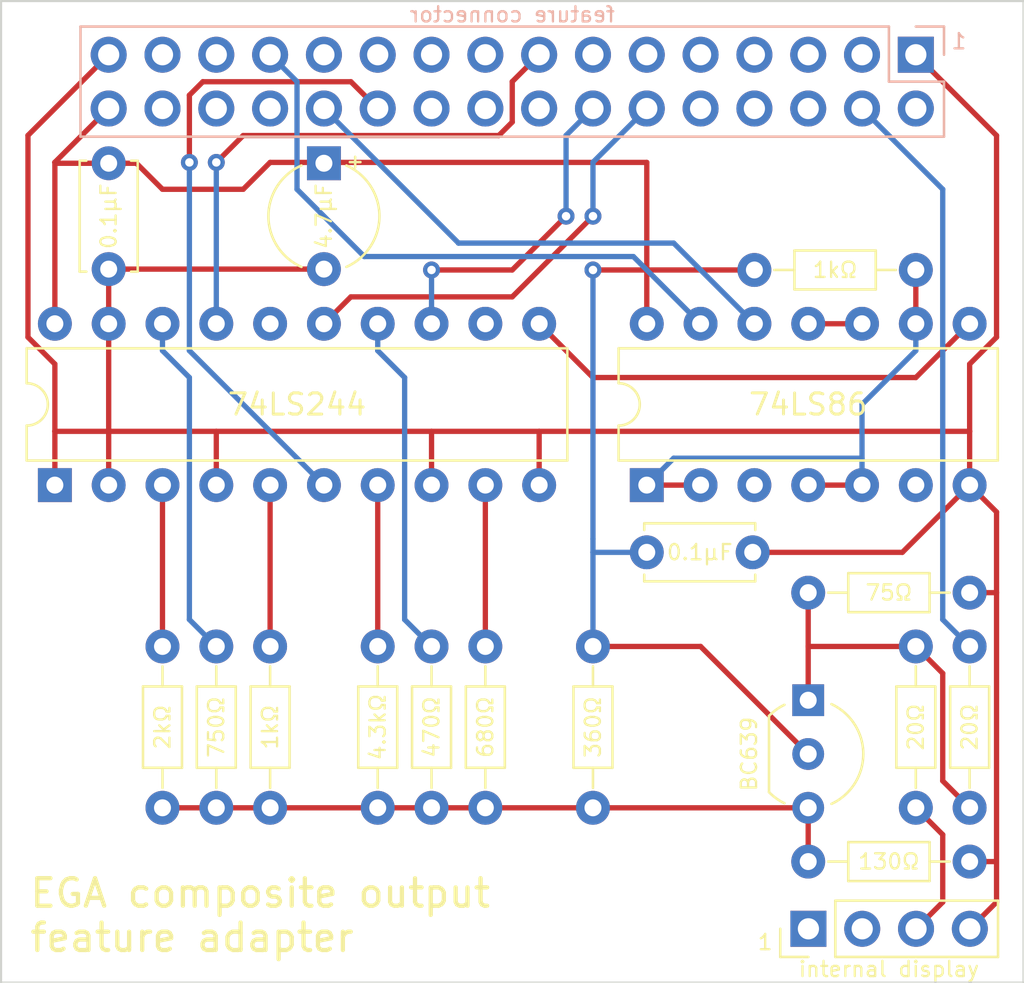
<source format=kicad_pcb>
(kicad_pcb (version 20211014) (generator pcbnew)
  (layers (0 "F.Cu" signal) (31 "B.Cu" signal) (34 "B.Paste" user) (35 "F.Paste" user) (36 "B.SilkS" user "B.Silkscreen") (37 "F.SilkS" user "F.Silkscreen") (38 "B.Mask" user) (39 "F.Mask" user) (44 "Edge.Cuts" user))
  (net 0 "")
  (footprint "Resistor_THT:R_Axial_DIN0204_L3.6mm_D1.6mm_P7.62mm_Horizontal" (layer "F.Cu") (at 142.24 93.98 90)
    (fp_text reference "REF**" hide)
    (fp_text value "R_Axial_DIN0204_L3.6mm_D1.6mm_P7.62mm_Horizontal" hide)
    (fp_text user "1kΩ" (at 3.81 0 90) (layer "F.SilkS") (effects (font (size 0.72 0.72) (thickness 0.108))))
    (fp_line (start 1.89 0.92) (end 5.73 0.92) (layer "F.SilkS") (width 0.12))
    (fp_line (start 0.94 0) (end 1.89 0) (layer "F.SilkS") (width 0.12))
    (fp_line (start 5.73 0.92) (end 5.73 -0.92) (layer "F.SilkS") (width 0.12))
    (fp_line (start 5.73 -0.92) (end 1.89 -0.92) (layer "F.SilkS") (width 0.12))
    (fp_line (start 1.89 -0.92) (end 1.89 0.92) (layer "F.SilkS") (width 0.12))
    (fp_line (start 6.68 0) (end 5.73 0) (layer "F.SilkS") (width 0.12))
    (pad "1" thru_hole circle (at 0 0 90) (size 1.6 1.6) (drill 0.8) (layers *.Cu *.Mask))
    (pad "2" thru_hole circle (at 7.62 0 90) (size 1.6 1.6) (drill 0.8) (layers *.Cu *.Mask))
  )
  (footprint "Connector_PinHeader_2.54mm:PinHeader_1x04_P2.54mm_Vertical" (layer "F.Cu") (at 167.65 99.695 90)
    (fp_text reference "REF**" hide)
    (fp_text value "PinHeader_1x04_P2.54mm_Vertical" hide)
    (fp_line (start 1.33 1.27) (end 1.33 8.95) (layer "F.SilkS") (width 0.12))
    (fp_line (start -1.33 8.95) (end 1.33 8.95) (layer "F.SilkS") (width 0.12))
    (fp_line (start -1.33 -1.33) (end 0 -1.33) (layer "F.SilkS") (width 0.12))
    (fp_line (start -1.33 0) (end -1.33 -1.33) (layer "F.SilkS") (width 0.12))
    (fp_line (start -1.33 1.27) (end 1.33 1.27) (layer "F.SilkS") (width 0.12))
    (fp_line (start -1.33 1.27) (end -1.33 8.95) (layer "F.SilkS") (width 0.12))
    (pad "1" thru_hole rect (at 0 0 90) (size 1.7 1.7) (drill 1) (layers *.Cu *.Mask))
    (pad "2" thru_hole oval (at 0 2.54 90) (size 1.7 1.7) (drill 1) (layers *.Cu *.Mask))
    (pad "3" thru_hole oval (at 0 5.08 90) (size 1.7 1.7) (drill 1) (layers *.Cu *.Mask))
    (pad "4" thru_hole oval (at 0 7.62 90) (size 1.7 1.7) (drill 1) (layers *.Cu *.Mask))
  )
  (footprint "Capacitor_THT:CP_Radial_Tantal_D5.0mm_P5.00mm" (layer "F.Cu") (at 144.78 63.54 -90)
    (fp_text reference "REF**" hide)
    (fp_text value "CP_Radial_Tantal_D5.0mm_P5.00mm" hide)
    (fp_text user "4.7μF" (at 2.5 0 90) (layer "F.SilkS") (effects (font (size 0.72 0.72) (thickness 0.108))))
    (fp_line (start -0.054775 -1.725) (end -0.054775 -1.225) (layer "F.SilkS") (width 0.12))
    (fp_line (start -0.304775 -1.475) (end 0.195225 -1.475) (layer "F.SilkS") (width 0.12))
    (fp_arc (start 0.104003 -1.06) (mid 2.5 -2.62) (end 4.895997 -1.06) (layer "F.SilkS") (width 0.12))
    (fp_arc (start 4.895997 1.06) (mid 2.5 2.62) (end 0.104003 1.06) (layer "F.SilkS") (width 0.12))
    (pad "1" thru_hole rect (at 0 0 270) (size 1.6 1.6) (drill 0.8) (layers *.Cu *.Mask))
    (pad "2" thru_hole circle (at 5 0 270) (size 1.6 1.6) (drill 0.8) (layers *.Cu *.Mask))
  )
  (footprint "Resistor_THT:R_Axial_DIN0204_L3.6mm_D1.6mm_P7.62mm_Horizontal" (layer "F.Cu") (at 147.32 93.98 90)
    (fp_text reference "REF**" hide)
    (fp_text value "R_Axial_DIN0204_L3.6mm_D1.6mm_P7.62mm_Horizontal" hide)
    (fp_text user "4.3kΩ" (at 3.81 0 90) (layer "F.SilkS") (effects (font (size 0.72 0.72) (thickness 0.108))))
    (fp_line (start 6.68 0) (end 5.73 0) (layer "F.SilkS") (width 0.12))
    (fp_line (start 5.73 0.92) (end 5.73 -0.92) (layer "F.SilkS") (width 0.12))
    (fp_line (start 1.89 -0.92) (end 1.89 0.92) (layer "F.SilkS") (width 0.12))
    (fp_line (start 1.89 0.92) (end 5.73 0.92) (layer "F.SilkS") (width 0.12))
    (fp_line (start 5.73 -0.92) (end 1.89 -0.92) (layer "F.SilkS") (width 0.12))
    (fp_line (start 0.94 0) (end 1.89 0) (layer "F.SilkS") (width 0.12))
    (pad "1" thru_hole circle (at 0 0 90) (size 1.6 1.6) (drill 0.8) (layers *.Cu *.Mask))
    (pad "2" thru_hole circle (at 7.62 0 90) (size 1.6 1.6) (drill 0.8) (layers *.Cu *.Mask))
  )
  (footprint "Resistor_THT:R_Axial_DIN0204_L3.6mm_D1.6mm_P7.62mm_Horizontal" (layer "F.Cu") (at 137.16 93.98 90)
    (fp_text reference "REF**" hide)
    (fp_text value "R_Axial_DIN0204_L3.6mm_D1.6mm_P7.62mm_Horizontal" hide)
    (fp_text user "2kΩ" (at 3.81 0 90) (layer "F.SilkS") (effects (font (size 0.72 0.72) (thickness 0.108))))
    (fp_line (start 5.73 0.92) (end 5.73 -0.92) (layer "F.SilkS") (width 0.12))
    (fp_line (start 0.94 0) (end 1.89 0) (layer "F.SilkS") (width 0.12))
    (fp_line (start 1.89 0.92) (end 5.73 0.92) (layer "F.SilkS") (width 0.12))
    (fp_line (start 6.68 0) (end 5.73 0) (layer "F.SilkS") (width 0.12))
    (fp_line (start 5.73 -0.92) (end 1.89 -0.92) (layer "F.SilkS") (width 0.12))
    (fp_line (start 1.89 -0.92) (end 1.89 0.92) (layer "F.SilkS") (width 0.12))
    (pad "1" thru_hole circle (at 0 0 90) (size 1.6 1.6) (drill 0.8) (layers *.Cu *.Mask))
    (pad "2" thru_hole circle (at 7.62 0 90) (size 1.6 1.6) (drill 0.8) (layers *.Cu *.Mask))
  )
  (footprint "Resistor_THT:R_Axial_DIN0204_L3.6mm_D1.6mm_P7.62mm_Horizontal" (layer "F.Cu") (at 149.86 93.98 90)
    (fp_text reference "REF**" hide)
    (fp_text value "R_Axial_DIN0204_L3.6mm_D1.6mm_P7.62mm_Horizontal" hide)
    (fp_text user "470Ω" (at 3.81 0 90) (layer "F.SilkS") (effects (font (size 0.72 0.72) (thickness 0.108))))
    (fp_line (start 1.89 -0.92) (end 1.89 0.92) (layer "F.SilkS") (width 0.12))
    (fp_line (start 6.68 0) (end 5.73 0) (layer "F.SilkS") (width 0.12))
    (fp_line (start 5.73 0.92) (end 5.73 -0.92) (layer "F.SilkS") (width 0.12))
    (fp_line (start 5.73 -0.92) (end 1.89 -0.92) (layer "F.SilkS") (width 0.12))
    (fp_line (start 1.89 0.92) (end 5.73 0.92) (layer "F.SilkS") (width 0.12))
    (fp_line (start 0.94 0) (end 1.89 0) (layer "F.SilkS") (width 0.12))
    (pad "1" thru_hole circle (at 0 0 90) (size 1.6 1.6) (drill 0.8) (layers *.Cu *.Mask))
    (pad "2" thru_hole circle (at 7.62 0 90) (size 1.6 1.6) (drill 0.8) (layers *.Cu *.Mask))
  )
  (footprint "Capacitor_THT:C_Disc_D5.0mm_W2.5mm_P5.00mm" (layer "F.Cu") (at 134.62 68.54 90)
    (fp_text reference "REF**" hide)
    (fp_text value "C_Disc_D5.0mm_W2.5mm_P5.00mm" hide)
    (fp_text user "0.1μF" (at 2.5 0 90) (layer "F.SilkS") (effects (font (size 0.72 0.72) (thickness 0.108))))
    (fp_line (start -0.12 -1.37) (end -0.12 -1.055) (layer "F.SilkS") (width 0.12))
    (fp_line (start -0.12 1.055) (end -0.12 1.37) (layer "F.SilkS") (width 0.12))
    (fp_line (start 5.12 -1.37) (end 5.12 -1.055) (layer "F.SilkS") (width 0.12))
    (fp_line (start -0.12 -1.37) (end 5.12 -1.37) (layer "F.SilkS") (width 0.12))
    (fp_line (start 5.12 1.055) (end 5.12 1.37) (layer "F.SilkS") (width 0.12))
    (fp_line (start -0.12 1.37) (end 5.12 1.37) (layer "F.SilkS") (width 0.12))
    (pad "1" thru_hole circle (at 0 0 90) (size 1.6 1.6) (drill 0.8) (layers *.Cu *.Mask))
    (pad "2" thru_hole circle (at 5 0 90) (size 1.6 1.6) (drill 0.8) (layers *.Cu *.Mask))
  )
  (footprint "Resistor_THT:R_Axial_DIN0204_L3.6mm_D1.6mm_P7.62mm_Horizontal" (layer "F.Cu") (at 172.72 93.98 90)
    (fp_text reference "REF**" hide)
    (fp_text value "R_Axial_DIN0204_L3.6mm_D1.6mm_P7.62mm_Horizontal" hide)
    (fp_text user "20Ω" (at 3.81 0 90) (layer "F.SilkS") (effects (font (size 0.72 0.72) (thickness 0.108))))
    (fp_line (start 1.89 0.92) (end 5.73 0.92) (layer "F.SilkS") (width 0.12))
    (fp_line (start 0.94 0) (end 1.89 0) (layer "F.SilkS") (width 0.12))
    (fp_line (start 1.89 -0.92) (end 1.89 0.92) (layer "F.SilkS") (width 0.12))
    (fp_line (start 5.73 -0.92) (end 1.89 -0.92) (layer "F.SilkS") (width 0.12))
    (fp_line (start 6.68 0) (end 5.73 0) (layer "F.SilkS") (width 0.12))
    (fp_line (start 5.73 0.92) (end 5.73 -0.92) (layer "F.SilkS") (width 0.12))
    (pad "1" thru_hole circle (at 0 0 90) (size 1.6 1.6) (drill 0.8) (layers *.Cu *.Mask))
    (pad "2" thru_hole circle (at 7.62 0 90) (size 1.6 1.6) (drill 0.8) (layers *.Cu *.Mask))
  )
  (footprint "Package_TO_SOT_THT:TO-92_Inline_Wide" (layer "F.Cu") (at 167.64 88.9 -90)
    (fp_text reference "REF**" hide)
    (fp_text value "BC639" (at 2.54 2.79 90) (layer "F.SilkS") (effects (font (size 0.72 0.72) (thickness 0.108))))
    (fp_line (start 0.74 1.85) (end 4.34 1.85) (layer "F.SilkS") (width 0.12))
    (fp_arc (start 0.1836 -1.098807) (mid 1.143021 -2.192817) (end 2.54 -2.6) (layer "F.SilkS") (width 0.12))
    (fp_arc (start 0.74 1.85) (mid 0.446097 1.509328) (end 0.215816 1.122795) (layer "F.SilkS") (width 0.12))
    (fp_arc (start 4.864184 1.122795) (mid 4.633903 1.509328) (end 4.34 1.85) (layer "F.SilkS") (width 0.12))
    (fp_arc (start 2.54 -2.6) (mid 3.936979 -2.192818) (end 4.8964 -1.098807) (layer "F.SilkS") (width 0.12))
    (pad "1" thru_hole rect (at 0 0 270) (size 1.5 1.5) (drill 0.8) (layers *.Cu *.Mask))
    (pad "2" thru_hole circle (at 2.54 0 270) (size 1.5 1.5) (drill 0.8) (layers *.Cu *.Mask))
    (pad "3" thru_hole circle (at 5.08 0 270) (size 1.5 1.5) (drill 0.8) (layers *.Cu *.Mask))
  )
  (footprint "Resistor_THT:R_Axial_DIN0204_L3.6mm_D1.6mm_P7.62mm_Horizontal" (layer "F.Cu") (at 139.7 93.98 90)
    (fp_text reference "REF**" hide)
    (fp_text value "R_Axial_DIN0204_L3.6mm_D1.6mm_P7.62mm_Horizontal" hide)
    (fp_text user "750Ω" (at 3.81 0 90) (layer "F.SilkS") (effects (font (size 0.72 0.72) (thickness 0.108))))
    (fp_line (start 1.89 0.92) (end 5.73 0.92) (layer "F.SilkS") (width 0.12))
    (fp_line (start 1.89 -0.92) (end 1.89 0.92) (layer "F.SilkS") (width 0.12))
    (fp_line (start 5.73 0.92) (end 5.73 -0.92) (layer "F.SilkS") (width 0.12))
    (fp_line (start 0.94 0) (end 1.89 0) (layer "F.SilkS") (width 0.12))
    (fp_line (start 6.68 0) (end 5.73 0) (layer "F.SilkS") (width 0.12))
    (fp_line (start 5.73 -0.92) (end 1.89 -0.92) (layer "F.SilkS") (width 0.12))
    (pad "1" thru_hole circle (at 0 0 90) (size 1.6 1.6) (drill 0.8) (layers *.Cu *.Mask))
    (pad "2" thru_hole circle (at 7.62 0 90) (size 1.6 1.6) (drill 0.8) (layers *.Cu *.Mask))
  )
  (footprint "Resistor_THT:R_Axial_DIN0204_L3.6mm_D1.6mm_P7.62mm_Horizontal" (layer "F.Cu") (at 172.72 68.58 180)
    (fp_text reference "REF**" hide)
    (fp_text value "R_Axial_DIN0204_L3.6mm_D1.6mm_P7.62mm_Horizontal" hide)
    (fp_text user "1kΩ" (at 3.81 0) (layer "F.SilkS") (effects (font (size 0.72 0.72) (thickness 0.108))))
    (fp_line (start 5.73 0.92) (end 5.73 -0.92) (layer "F.SilkS") (width 0.12))
    (fp_line (start 1.89 -0.92) (end 1.89 0.92) (layer "F.SilkS") (width 0.12))
    (fp_line (start 1.89 0.92) (end 5.73 0.92) (layer "F.SilkS") (width 0.12))
    (fp_line (start 6.68 0) (end 5.73 0) (layer "F.SilkS") (width 0.12))
    (fp_line (start 0.94 0) (end 1.89 0) (layer "F.SilkS") (width 0.12))
    (fp_line (start 5.73 -0.92) (end 1.89 -0.92) (layer "F.SilkS") (width 0.12))
    (pad "1" thru_hole circle (at 0 0 180) (size 1.6 1.6) (drill 0.8) (layers *.Cu *.Mask))
    (pad "2" thru_hole circle (at 7.62 0 180) (size 1.6 1.6) (drill 0.8) (layers *.Cu *.Mask))
  )
  (footprint "Package_DIP:DIP-14_W7.62mm" (layer "F.Cu") (at 160.02 78.74 90)
    (fp_text reference "REF**" hide)
    (fp_text value "DIP-14_W7.62mm" hide)
    (fp_line (start 6.46 -1.33) (end 4.81 -1.33) (layer "F.SilkS") (width 0.12))
    (fp_line (start 2.81 -1.33) (end 1.16 -1.33) (layer "F.SilkS") (width 0.12))
    (fp_line (start 6.46 16.57) (end 6.46 -1.33) (layer "F.SilkS") (width 0.12))
    (fp_line (start 1.16 -1.33) (end 1.16 16.57) (layer "F.SilkS") (width 0.12))
    (fp_line (start 1.16 16.57) (end 6.46 16.57) (layer "F.SilkS") (width 0.12))
    (fp_arc (start 4.81 -1.33) (mid 3.81 -0.33) (end 2.81 -1.33) (layer "F.SilkS") (width 0.12))
    (pad "1" thru_hole rect (at 0 0 90) (size 1.6 1.6) (drill 0.8) (layers *.Cu *.Mask))
    (pad "2" thru_hole oval (at 0 2.54 90) (size 1.6 1.6) (drill 0.8) (layers *.Cu *.Mask))
    (pad "3" thru_hole oval (at 0 5.08 90) (size 1.6 1.6) (drill 0.8) (layers *.Cu *.Mask))
    (pad "4" thru_hole oval (at 0 7.62 90) (size 1.6 1.6) (drill 0.8) (layers *.Cu *.Mask))
    (pad "5" thru_hole oval (at 0 10.16 90) (size 1.6 1.6) (drill 0.8) (layers *.Cu *.Mask))
    (pad "6" thru_hole oval (at 0 12.7 90) (size 1.6 1.6) (drill 0.8) (layers *.Cu *.Mask))
    (pad "7" thru_hole oval (at 0 15.24 90) (size 1.6 1.6) (drill 0.8) (layers *.Cu *.Mask))
    (pad "8" thru_hole oval (at 7.62 15.24 90) (size 1.6 1.6) (drill 0.8) (layers *.Cu *.Mask))
    (pad "9" thru_hole oval (at 7.62 12.7 90) (size 1.6 1.6) (drill 0.8) (layers *.Cu *.Mask))
    (pad "10" thru_hole oval (at 7.62 10.16 90) (size 1.6 1.6) (drill 0.8) (layers *.Cu *.Mask))
    (pad "11" thru_hole oval (at 7.62 7.62 90) (size 1.6 1.6) (drill 0.8) (layers *.Cu *.Mask))
    (pad "12" thru_hole oval (at 7.62 5.08 90) (size 1.6 1.6) (drill 0.8) (layers *.Cu *.Mask))
    (pad "13" thru_hole oval (at 7.62 2.54 90) (size 1.6 1.6) (drill 0.8) (layers *.Cu *.Mask))
    (pad "14" thru_hole oval (at 7.62 0 90) (size 1.6 1.6) (drill 0.8) (layers *.Cu *.Mask))
  )
  (footprint "Capacitor_THT:C_Disc_D5.0mm_W2.5mm_P5.00mm" (layer "F.Cu") (at 160.02 81.915)
    (fp_text reference "REF**" hide)
    (fp_text value "C_Disc_D5.0mm_W2.5mm_P5.00mm" hide)
    (fp_text user "0.1μF" (at 2.5 0) (layer "F.SilkS") (effects (font (size 0.72 0.72) (thickness 0.108))))
    (fp_line (start -0.12 -1.37) (end 5.12 -1.37) (layer "F.SilkS") (width 0.12))
    (fp_line (start -0.12 -1.37) (end -0.12 -1.055) (layer "F.SilkS") (width 0.12))
    (fp_line (start -0.12 1.055) (end -0.12 1.37) (layer "F.SilkS") (width 0.12))
    (fp_line (start 5.12 -1.37) (end 5.12 -1.055) (layer "F.SilkS") (width 0.12))
    (fp_line (start -0.12 1.37) (end 5.12 1.37) (layer "F.SilkS") (width 0.12))
    (fp_line (start 5.12 1.055) (end 5.12 1.37) (layer "F.SilkS") (width 0.12))
    (pad "1" thru_hole circle (at 0 0) (size 1.6 1.6) (drill 0.8) (layers *.Cu *.Mask))
    (pad "2" thru_hole circle (at 5 0) (size 1.6 1.6) (drill 0.8) (layers *.Cu *.Mask))
  )
  (footprint "Resistor_THT:R_Axial_DIN0204_L3.6mm_D1.6mm_P7.62mm_Horizontal" (layer "F.Cu") (at 167.64 96.52)
    (fp_text reference "REF**" hide)
    (fp_text value "R_Axial_DIN0204_L3.6mm_D1.6mm_P7.62mm_Horizontal" hide)
    (fp_text user "130Ω" (at 3.81 0) (layer "F.SilkS") (effects (font (size 0.72 0.72) (thickness 0.108))))
    (fp_line (start 1.89 -0.92) (end 1.89 0.92) (layer "F.SilkS") (width 0.12))
    (fp_line (start 5.73 -0.92) (end 1.89 -0.92) (layer "F.SilkS") (width 0.12))
    (fp_line (start 1.89 0.92) (end 5.73 0.92) (layer "F.SilkS") (width 0.12))
    (fp_line (start 0.94 0) (end 1.89 0) (layer "F.SilkS") (width 0.12))
    (fp_line (start 6.68 0) (end 5.73 0) (layer "F.SilkS") (width 0.12))
    (fp_line (start 5.73 0.92) (end 5.73 -0.92) (layer "F.SilkS") (width 0.12))
    (pad "1" thru_hole circle (at 0 0) (size 1.6 1.6) (drill 0.8) (layers *.Cu *.Mask))
    (pad "2" thru_hole circle (at 7.62 0) (size 1.6 1.6) (drill 0.8) (layers *.Cu *.Mask))
  )
  (footprint "Resistor_THT:R_Axial_DIN0204_L3.6mm_D1.6mm_P7.62mm_Horizontal" (layer "F.Cu") (at 175.26 93.98 90)
    (fp_text reference "REF**" hide)
    (fp_text value "R_Axial_DIN0204_L3.6mm_D1.6mm_P7.62mm_Horizontal" hide)
    (fp_text user "20Ω" (at 3.81 0 90) (layer "F.SilkS") (effects (font (size 0.72 0.72) (thickness 0.108))))
    (fp_line (start 6.68 0) (end 5.73 0) (layer "F.SilkS") (width 0.12))
    (fp_line (start 1.89 -0.92) (end 1.89 0.92) (layer "F.SilkS") (width 0.12))
    (fp_line (start 1.89 0.92) (end 5.73 0.92) (layer "F.SilkS") (width 0.12))
    (fp_line (start 5.73 0.92) (end 5.73 -0.92) (layer "F.SilkS") (width 0.12))
    (fp_line (start 5.73 -0.92) (end 1.89 -0.92) (layer "F.SilkS") (width 0.12))
    (fp_line (start 0.94 0) (end 1.89 0) (layer "F.SilkS") (width 0.12))
    (pad "1" thru_hole circle (at 0 0 90) (size 1.6 1.6) (drill 0.8) (layers *.Cu *.Mask))
    (pad "2" thru_hole circle (at 7.62 0 90) (size 1.6 1.6) (drill 0.8) (layers *.Cu *.Mask))
  )
  (footprint "Resistor_THT:R_Axial_DIN0204_L3.6mm_D1.6mm_P7.62mm_Horizontal" (layer "F.Cu") (at 157.48 93.98 90)
    (fp_text reference "REF**" hide)
    (fp_text value "R_Axial_DIN0204_L3.6mm_D1.6mm_P7.62mm_Horizontal" hide)
    (fp_text user "360Ω" (at 3.81 0 90) (layer "F.SilkS") (effects (font (size 0.72 0.72) (thickness 0.108))))
    (fp_line (start 5.73 -0.92) (end 1.89 -0.92) (layer "F.SilkS") (width 0.12))
    (fp_line (start 0.94 0) (end 1.89 0) (layer "F.SilkS") (width 0.12))
    (fp_line (start 1.89 0.92) (end 5.73 0.92) (layer "F.SilkS") (width 0.12))
    (fp_line (start 1.89 -0.92) (end 1.89 0.92) (layer "F.SilkS") (width 0.12))
    (fp_line (start 5.73 0.92) (end 5.73 -0.92) (layer "F.SilkS") (width 0.12))
    (fp_line (start 6.68 0) (end 5.73 0) (layer "F.SilkS") (width 0.12))
    (pad "1" thru_hole circle (at 0 0 90) (size 1.6 1.6) (drill 0.8) (layers *.Cu *.Mask))
    (pad "2" thru_hole circle (at 7.62 0 90) (size 1.6 1.6) (drill 0.8) (layers *.Cu *.Mask))
  )
  (footprint "Package_DIP:DIP-20_W7.62mm" (layer "F.Cu") (at 132.08 78.74 90)
    (fp_text reference "REF**" hide)
    (fp_text value "DIP-20_W7.62mm" hide)
    (fp_line (start 6.46 -1.33) (end 4.81 -1.33) (layer "F.SilkS") (width 0.12))
    (fp_line (start 1.16 -1.33) (end 1.16 24.19) (layer "F.SilkS") (width 0.12))
    (fp_line (start 2.81 -1.33) (end 1.16 -1.33) (layer "F.SilkS") (width 0.12))
    (fp_line (start 1.16 24.19) (end 6.46 24.19) (layer "F.SilkS") (width 0.12))
    (fp_line (start 6.46 24.19) (end 6.46 -1.33) (layer "F.SilkS") (width 0.12))
    (fp_arc (start 4.81 -1.33) (mid 3.81 -0.33) (end 2.81 -1.33) (layer "F.SilkS") (width 0.12))
    (pad "1" thru_hole rect (at 0 0 90) (size 1.6 1.6) (drill 0.8) (layers *.Cu *.Mask))
    (pad "2" thru_hole oval (at 0 2.54 90) (size 1.6 1.6) (drill 0.8) (layers *.Cu *.Mask))
    (pad "3" thru_hole oval (at 0 5.08 90) (size 1.6 1.6) (drill 0.8) (layers *.Cu *.Mask))
    (pad "4" thru_hole oval (at 0 7.62 90) (size 1.6 1.6) (drill 0.8) (layers *.Cu *.Mask))
    (pad "5" thru_hole oval (at 0 10.16 90) (size 1.6 1.6) (drill 0.8) (layers *.Cu *.Mask))
    (pad "6" thru_hole oval (at 0 12.7 90) (size 1.6 1.6) (drill 0.8) (layers *.Cu *.Mask))
    (pad "7" thru_hole oval (at 0 15.24 90) (size 1.6 1.6) (drill 0.8) (layers *.Cu *.Mask))
    (pad "8" thru_hole oval (at 0 17.78 90) (size 1.6 1.6) (drill 0.8) (layers *.Cu *.Mask))
    (pad "9" thru_hole oval (at 0 20.32 90) (size 1.6 1.6) (drill 0.8) (layers *.Cu *.Mask))
    (pad "10" thru_hole oval (at 0 22.86 90) (size 1.6 1.6) (drill 0.8) (layers *.Cu *.Mask))
    (pad "11" thru_hole oval (at 7.62 22.86 90) (size 1.6 1.6) (drill 0.8) (layers *.Cu *.Mask))
    (pad "12" thru_hole oval (at 7.62 20.32 90) (size 1.6 1.6) (drill 0.8) (layers *.Cu *.Mask))
    (pad "13" thru_hole oval (at 7.62 17.78 90) (size 1.6 1.6) (drill 0.8) (layers *.Cu *.Mask))
    (pad "14" thru_hole oval (at 7.62 15.24 90) (size 1.6 1.6) (drill 0.8) (layers *.Cu *.Mask))
    (pad "15" thru_hole oval (at 7.62 12.7 90) (size 1.6 1.6) (drill 0.8) (layers *.Cu *.Mask))
    (pad "16" thru_hole oval (at 7.62 10.16 90) (size 1.6 1.6) (drill 0.8) (layers *.Cu *.Mask))
    (pad "17" thru_hole oval (at 7.62 7.62 90) (size 1.6 1.6) (drill 0.8) (layers *.Cu *.Mask))
    (pad "18" thru_hole oval (at 7.62 5.08 90) (size 1.6 1.6) (drill 0.8) (layers *.Cu *.Mask))
    (pad "19" thru_hole oval (at 7.62 2.54 90) (size 1.6 1.6) (drill 0.8) (layers *.Cu *.Mask))
    (pad "20" thru_hole oval (at 7.62 0 90) (size 1.6 1.6) (drill 0.8) (layers *.Cu *.Mask))
  )
  (footprint "Resistor_THT:R_Axial_DIN0204_L3.6mm_D1.6mm_P7.62mm_Horizontal" (layer "F.Cu") (at 152.4 93.98 90)
    (fp_text reference "REF**" hide)
    (fp_text value "R_Axial_DIN0204_L3.6mm_D1.6mm_P7.62mm_Horizontal" hide)
    (fp_text user "680Ω" (at 3.81 0 90) (layer "F.SilkS") (effects (font (size 0.72 0.72) (thickness 0.108))))
    (fp_line (start 1.89 0.92) (end 5.73 0.92) (layer "F.SilkS") (width 0.12))
    (fp_line (start 6.68 0) (end 5.73 0) (layer "F.SilkS") (width 0.12))
    (fp_line (start 5.73 0.92) (end 5.73 -0.92) (layer "F.SilkS") (width 0.12))
    (fp_line (start 1.89 -0.92) (end 1.89 0.92) (layer "F.SilkS") (width 0.12))
    (fp_line (start 5.73 -0.92) (end 1.89 -0.92) (layer "F.SilkS") (width 0.12))
    (fp_line (start 0.94 0) (end 1.89 0) (layer "F.SilkS") (width 0.12))
    (pad "1" thru_hole circle (at 0 0 90) (size 1.6 1.6) (drill 0.8) (layers *.Cu *.Mask))
    (pad "2" thru_hole circle (at 7.62 0 90) (size 1.6 1.6) (drill 0.8) (layers *.Cu *.Mask))
  )
  (footprint "Resistor_THT:R_Axial_DIN0204_L3.6mm_D1.6mm_P7.62mm_Horizontal" (layer "F.Cu") (at 167.64 83.82)
    (fp_text reference "REF**" hide)
    (fp_text value "R_Axial_DIN0204_L3.6mm_D1.6mm_P7.62mm_Horizontal" hide)
    (fp_text user "75Ω" (at 3.81 0) (layer "F.SilkS") (effects (font (size 0.72 0.72) (thickness 0.108))))
    (fp_line (start 5.73 -0.92) (end 1.89 -0.92) (layer "F.SilkS") (width 0.12))
    (fp_line (start 0.94 0) (end 1.89 0) (layer "F.SilkS") (width 0.12))
    (fp_line (start 1.89 -0.92) (end 1.89 0.92) (layer "F.SilkS") (width 0.12))
    (fp_line (start 6.68 0) (end 5.73 0) (layer "F.SilkS") (width 0.12))
    (fp_line (start 5.73 0.92) (end 5.73 -0.92) (layer "F.SilkS") (width 0.12))
    (fp_line (start 1.89 0.92) (end 5.73 0.92) (layer "F.SilkS") (width 0.12))
    (pad "1" thru_hole circle (at 0 0) (size 1.6 1.6) (drill 0.8) (layers *.Cu *.Mask))
    (pad "2" thru_hole circle (at 7.62 0) (size 1.6 1.6) (drill 0.8) (layers *.Cu *.Mask))
  )
  (footprint "Connector_PinHeader_2.54mm:PinHeader_2x16_P2.54mm_Vertical" (layer "B.Cu") (at 172.72 61.795 90)
    (fp_text reference "REF**" hide)
    (fp_text value "PinHeader_2x16_P2.54mm_Vertical" hide)
    (fp_line (start -0.49 1.33) (end -0.49 -39.43) (layer "B.SilkS") (width 0.12))
    (fp_line (start 4.71 -39.43) (end -0.49 -39.43) (layer "B.SilkS") (width 0.12))
    (fp_line (start 2.11 1.33) (end -0.49 1.33) (layer "B.SilkS") (width 0.12))
    (fp_line (start 4.71 -1.27) (end 4.71 -39.43) (layer "B.SilkS") (width 0.12))
    (fp_line (start 2.11 -1.27) (end 2.11 1.33) (layer "B.SilkS") (width 0.12))
    (fp_line (start 4.71 -1.27) (end 2.11 -1.27) (layer "B.SilkS") (width 0.12))
    (fp_line (start 4.71 1.33) (end 3.38 1.33) (layer "B.SilkS") (width 0.12))
    (fp_line (start 4.71 0) (end 4.71 1.33) (layer "B.SilkS") (width 0.12))
    (pad "1" thru_hole rect (at 3.38 0 90) (size 1.7 1.7) (drill 1) (layers *.Cu *.Mask))
    (pad "2" thru_hole oval (at 0.84 0 90) (size 1.7 1.7) (drill 1) (layers *.Cu *.Mask))
    (pad "3" thru_hole oval (at 3.38 -2.54 90) (size 1.7 1.7) (drill 1) (layers *.Cu *.Mask))
    (pad "4" thru_hole oval (at 0.84 -2.54 90) (size 1.7 1.7) (drill 1) (layers *.Cu *.Mask))
    (pad "5" thru_hole oval (at 3.38 -5.08 90) (size 1.7 1.7) (drill 1) (layers *.Cu *.Mask))
    (pad "6" thru_hole oval (at 0.84 -5.08 90) (size 1.7 1.7) (drill 1) (layers *.Cu *.Mask))
    (pad "7" thru_hole oval (at 3.38 -7.62 90) (size 1.7 1.7) (drill 1) (layers *.Cu *.Mask))
    (pad "8" thru_hole oval (at 0.84 -7.62 90) (size 1.7 1.7) (drill 1) (layers *.Cu *.Mask))
    (pad "9" thru_hole oval (at 3.38 -10.16 90) (size 1.7 1.7) (drill 1) (layers *.Cu *.Mask))
    (pad "10" thru_hole oval (at 0.84 -10.16 90) (size 1.7 1.7) (drill 1) (layers *.Cu *.Mask))
    (pad "11" thru_hole oval (at 3.38 -12.7 90) (size 1.7 1.7) (drill 1) (layers *.Cu *.Mask))
    (pad "12" thru_hole oval (at 0.84 -12.7 90) (size 1.7 1.7) (drill 1) (layers *.Cu *.Mask))
    (pad "13" thru_hole oval (at 3.38 -15.24 90) (size 1.7 1.7) (drill 1) (layers *.Cu *.Mask))
    (pad "14" thru_hole oval (at 0.84 -15.24 90) (size 1.7 1.7) (drill 1) (layers *.Cu *.Mask))
    (pad "15" thru_hole oval (at 3.38 -17.78 90) (size 1.7 1.7) (drill 1) (layers *.Cu *.Mask))
    (pad "16" thru_hole oval (at 0.84 -17.78 90) (size 1.7 1.7) (drill 1) (layers *.Cu *.Mask))
    (pad "17" thru_hole oval (at 3.38 -20.32 90) (size 1.7 1.7) (drill 1) (layers *.Cu *.Mask))
    (pad "18" thru_hole oval (at 0.84 -20.32 90) (size 1.7 1.7) (drill 1) (layers *.Cu *.Mask))
    (pad "19" thru_hole oval (at 3.38 -22.86 90) (size 1.7 1.7) (drill 1) (layers *.Cu *.Mask))
    (pad "20" thru_hole oval (at 0.84 -22.86 90) (size 1.7 1.7) (drill 1) (layers *.Cu *.Mask))
    (pad "21" thru_hole oval (at 3.38 -25.4 90) (size 1.7 1.7) (drill 1) (layers *.Cu *.Mask))
    (pad "22" thru_hole oval (at 0.84 -25.4 90) (size 1.7 1.7) (drill 1) (layers *.Cu *.Mask))
    (pad "23" thru_hole oval (at 3.38 -27.94 90) (size 1.7 1.7) (drill 1) (layers *.Cu *.Mask))
    (pad "24" thru_hole oval (at 0.84 -27.94 90) (size 1.7 1.7) (drill 1) (layers *.Cu *.Mask))
    (pad "25" thru_hole oval (at 3.38 -30.48 90) (size 1.7 1.7) (drill 1) (layers *.Cu *.Mask))
    (pad "26" thru_hole oval (at 0.84 -30.48 90) (size 1.7 1.7) (drill 1) (layers *.Cu *.Mask))
    (pad "27" thru_hole oval (at 3.38 -33.02 90) (size 1.7 1.7) (drill 1) (layers *.Cu *.Mask))
    (pad "28" thru_hole oval (at 0.84 -33.02 90) (size 1.7 1.7) (drill 1) (layers *.Cu *.Mask))
    (pad "29" thru_hole oval (at 3.38 -35.56 90) (size 1.7 1.7) (drill 1) (layers *.Cu *.Mask))
    (pad "30" thru_hole oval (at 0.84 -35.56 90) (size 1.7 1.7) (drill 1) (layers *.Cu *.Mask))
    (pad "31" thru_hole oval (at 3.38 -38.1 90) (size 1.7 1.7) (drill 1) (layers *.Cu *.Mask))
    (pad "32" thru_hole oval (at 0.84 -38.1 90) (size 1.7 1.7) (drill 1) (layers *.Cu *.Mask))
  )
  (gr_line (start 177.8 102.235) (end 177.8 55.88) (layer "Edge.Cuts") (width 0.1))
  (gr_line (start 177.8 55.88) (end 129.54 55.88) (layer "Edge.Cuts") (width 0.1))
  (gr_line (start 129.54 102.235) (end 177.8 102.235) (layer "Edge.Cuts") (width 0.1))
  (gr_line (start 129.54 55.88) (end 129.54 102.235) (layer "Edge.Cuts") (width 0.1))
  (gr_text "feature connector" (at 153.67 56.515) (layer "B.SilkS") (effects (font (size 0.72 0.72) (thickness 0.108)) (justify mirror)))
  (gr_text "1" (at 174.752 57.785) (layer "B.SilkS") (effects (font (size 0.72 0.72) (thickness 0.108)) (justify mirror)))
  (gr_text "EGA composite output\nfeature adapter" (at 130.81 99.06) (layer "F.SilkS") (effects (font (size 1.3 1.3) (thickness 0.2)) (justify left)))
  (gr_text "1" (at 165.608 100.33) (layer "F.SilkS") (effects (font (size 0.72 0.72) (thickness 0.108))))
  (gr_text "74LS86" (at 167.64 74.93) (layer "F.SilkS") (effects (font (size 1 1) (thickness 0.14))))
  (gr_text "internal display" (at 171.45 101.6) (layer "F.SilkS") (effects (font (size 0.72 0.72) (thickness 0.108))))
  (gr_text "74LS244" (at 143.51 74.93) (layer "F.SilkS") (effects (font (size 1 1) (thickness 0.14))))
  (segment (start 132.08 63.5) (end 132.12 63.54) (width 0.25) (layer "F.Cu") (net 0))
  (segment (start 173.99 95.25) (end 172.72 93.98) (width 0.25) (layer "F.Cu") (net 0))
  (segment (start 153.67 61.595) (end 153.67 59.685) (width 0.25) (layer "F.Cu") (net 0))
  (segment (start 139.7 76.2) (end 134.62 76.2) (width 0.25) (layer "F.Cu") (net 0))
  (segment (start 167.64 83.82) (end 167.64 86.36) (width 0.25) (layer "F.Cu") (net 0))
  (segment (start 134.62 76.2) (end 134.62 78.74) (width 0.25) (layer "F.Cu") (net 0))
  (segment (start 157.48 66.04) (end 153.67 69.85) (width 0.25) (layer "F.Cu") (net 0))
  (segment (start 160.02 63.5) (end 144.78 63.5) (width 0.25) (layer "F.Cu") (net 0))
  (segment (start 172.72 71.12) (end 172.72 68.58) (width 0.25) (layer "F.Cu") (net 0))
  (segment (start 132.08 63.5) (end 132.08 63.495) (width 0.25) (layer "F.Cu") (net 0))
  (segment (start 132.12 63.54) (end 134.62 63.54) (width 0.25) (layer "F.Cu") (net 0))
  (segment (start 173.99 98.435) (end 172.73 99.695) (width 0.25) (layer "F.Cu") (net 0))
  (segment (start 175.26 96.52) (end 176.52 96.52) (width 0.25) (layer "F.Cu") (net 0))
  (segment (start 154.94 76.2) (end 154.94 78.74) (width 0.25) (layer "F.Cu") (net 0))
  (segment (start 173.99 92.71) (end 173.99 87.63) (width 0.25) (layer "F.Cu") (net 0))
  (segment (start 176.53 80.01) (end 176.53 98.435) (width 0.25) (layer "F.Cu") (net 0))
  (segment (start 149.86 68.58) (end 153.67 68.58) (width 0.25) (layer "F.Cu") (net 0))
  (segment (start 157.48 68.58) (end 160.02 68.58) (width 0.25) (layer "F.Cu") (net 0))
  (segment (start 175.26 93.98) (end 173.99 92.71) (width 0.25) (layer "F.Cu") (net 0))
  (segment (start 176.53 98.435) (end 175.27 99.695) (width 0.25) (layer "F.Cu") (net 0))
  (segment (start 146.055 59.69) (end 147.32 60.955) (width 0.25) (layer "F.Cu") (net 0))
  (segment (start 130.81 62.225) (end 134.62 58.415) (width 0.25) (layer "F.Cu") (net 0))
  (segment (start 175.26 78.74) (end 175.26 76.2) (width 0.25) (layer "F.Cu") (net 0))
  (segment (start 147.32 93.98) (end 142.24 93.98) (width 0.25) (layer "F.Cu") (net 0))
  (segment (start 139.7 63.5) (end 140.97 62.23) (width 0.25) (layer "F.Cu") (net 0))
  (segment (start 146.05 69.85) (end 144.78 71.12) (width 0.25) (layer "F.Cu") (net 0))
  (segment (start 176.53 80.01) (end 175.26 78.74) (width 0.25) (layer "F.Cu") (net 0))
  (segment (start 134.62 71.12) (end 134.62 76.2) (width 0.25) (layer "F.Cu") (net 0))
  (segment (start 162.56 86.36) (end 167.64 91.44) (width 0.25) (layer "F.Cu") (net 0))
  (segment (start 152.4 86.36) (end 152.4 78.74) (width 0.25) (layer "F.Cu") (net 0))
  (segment (start 160.02 68.58) (end 160.02 63.5) (width 0.25) (layer "F.Cu") (net 0))
  (segment (start 153.035 62.23) (end 153.67 61.595) (width 0.25) (layer "F.Cu") (net 0))
  (segment (start 137.16 64.77) (end 135.93 63.54) (width 0.25) (layer "F.Cu") (net 0))
  (segment (start 134.62 76.2) (end 132.08 76.2) (width 0.25) (layer "F.Cu") (net 0))
  (segment (start 172.72 58.42) (end 176.53 62.23) (width 0.25) (layer "F.Cu") (net 0))
  (segment (start 152.4 93.98) (end 149.86 93.98) (width 0.25) (layer "F.Cu") (net 0))
  (segment (start 149.86 93.98) (end 147.32 93.98) (width 0.25) (layer "F.Cu") (net 0))
  (segment (start 140.97 64.77) (end 142.24 63.5) (width 0.25) (layer "F.Cu") (net 0))
  (segment (start 172.72 58.415) (end 172.72 58.42) (width 0.25) (layer "F.Cu") (net 0))
  (segment (start 153.67 68.58) (end 156.21 66.04) (width 0.25) (layer "F.Cu") (net 0))
  (segment (start 140.97 62.23) (end 153.035 62.23) (width 0.25) (layer "F.Cu") (net 0))
  (segment (start 147.32 86.36) (end 147.32 78.74) (width 0.25) (layer "F.Cu") (net 0))
  (segment (start 157.48 93.98) (end 152.4 93.98) (width 0.25) (layer "F.Cu") (net 0))
  (segment (start 175.26 78.74) (end 172.085 81.915) (width 0.25) (layer "F.Cu") (net 0))
  (segment (start 149.86 76.2) (end 139.7 76.2) (width 0.25) (layer "F.Cu") (net 0))
  (segment (start 132.08 63.495) (end 134.62 60.955) (width 0.25) (layer "F.Cu") (net 0))
  (segment (start 160.02 68.58) (end 160.02 71.12) (width 0.25) (layer "F.Cu") (net 0))
  (segment (start 167.64 86.36) (end 172.72 86.36) (width 0.25) (layer "F.Cu") (net 0))
  (segment (start 172.085 81.915) (end 165.02 81.915) (width 0.25) (layer "F.Cu") (net 0))
  (segment (start 154.94 76.2) (end 149.86 76.2) (width 0.25) (layer "F.Cu") (net 0))
  (segment (start 173.99 87.63) (end 172.72 86.36) (width 0.25) (layer "F.Cu") (net 0))
  (segment (start 142.24 63.5) (end 144.78 63.5) (width 0.25) (layer "F.Cu") (net 0))
  (segment (start 160.02 78.74) (end 162.56 78.74) (width 0.25) (layer "F.Cu") (net 0))
  (segment (start 157.48 73.66) (end 154.94 71.12) (width 0.25) (layer "F.Cu") (net 0))
  (segment (start 137.16 86.36) (end 137.16 78.74) (width 0.25) (layer "F.Cu") (net 0))
  (segment (start 153.67 59.685) (end 154.94 58.415) (width 0.25) (layer "F.Cu") (net 0))
  (segment (start 132.08 76.2) (end 132.08 73.025) (width 0.25) (layer "F.Cu") (net 0))
  (segment (start 160.02 68.58) (end 165.1 68.58) (width 0.25) (layer "F.Cu") (net 0))
  (segment (start 132.08 63.5) (end 132.08 71.12) (width 0.25) (layer "F.Cu") (net 0))
  (segment (start 167.64 78.74) (end 170.18 78.74) (width 0.25) (layer "F.Cu") (net 0))
  (segment (start 140.97 64.77) (end 137.16 64.77) (width 0.25) (layer "F.Cu") (net 0))
  (segment (start 170.18 71.12) (end 167.64 71.12) (width 0.25) (layer "F.Cu") (net 0))
  (segment (start 135.93 63.54) (end 134.62 63.54) (width 0.25) (layer "F.Cu") (net 0))
  (segment (start 167.64 93.98) (end 157.48 93.98) (width 0.25) (layer "F.Cu") (net 0))
  (segment (start 167.64 96.52) (end 167.64 93.98) (width 0.25) (layer "F.Cu") (net 0))
  (segment (start 173.99 95.25) (end 173.99 98.435) (width 0.25) (layer "F.Cu") (net 0))
  (segment (start 139.7 76.2) (end 139.7 78.74) (width 0.25) (layer "F.Cu") (net 0))
  (segment (start 176.53 62.23) (end 176.53 71.755) (width 0.25) (layer "F.Cu") (net 0))
  (segment (start 149.86 76.2) (end 149.86 78.74) (width 0.25) (layer "F.Cu") (net 0))
  (segment (start 142.24 93.98) (end 139.7 93.98) (width 0.25) (layer "F.Cu") (net 0))
  (segment (start 130.81 71.755) (end 130.81 62.225) (width 0.25) (layer "F.Cu") (net 0))
  (segment (start 142.24 86.36) (end 142.24 78.74) (width 0.25) (layer "F.Cu") (net 0))
  (segment (start 138.43 63.5) (end 138.43 60.325) (width 0.25) (layer "F.Cu") (net 0))
  (segment (start 176.53 83.82) (end 175.26 83.82) (width 0.25) (layer "F.Cu") (net 0))
  (segment (start 139.7 93.98) (end 137.16 93.98) (width 0.25) (layer "F.Cu") (net 0))
  (segment (start 176.53 71.755) (end 175.26 73.025) (width 0.25) (layer "F.Cu") (net 0))
  (segment (start 132.08 73.025) (end 130.81 71.755) (width 0.25) (layer "F.Cu") (net 0))
  (segment (start 172.72 73.66) (end 157.48 73.66) (width 0.25) (layer "F.Cu") (net 0))
  (segment (start 139.065 59.69) (end 146.055 59.69) (width 0.25) (layer "F.Cu") (net 0))
  (segment (start 134.62 68.54) (end 144.78 68.54) (width 0.25) (layer "F.Cu") (net 0))
  (segment (start 167.64 86.36) (end 167.64 88.9) (width 0.25) (layer "F.Cu") (net 0))
  (segment (start 138.43 60.325) (end 139.065 59.69) (width 0.25) (layer "F.Cu") (net 0))
  (segment (start 134.62 71.12) (end 134.62 68.54) (width 0.25) (layer "F.Cu") (net 0))
  (segment (start 157.48 86.36) (end 162.56 86.36) (width 0.25) (layer "F.Cu") (net 0))
  (segment (start 132.08 76.2) (end 132.08 78.74) (width 0.25) (layer "F.Cu") (net 0))
  (segment (start 175.26 76.2) (end 154.94 76.2) (width 0.25) (layer "F.Cu") (net 0))
  (segment (start 144.78 63.5) (end 144.78 63.54) (width 0.25) (layer "F.Cu") (net 0))
  (segment (start 153.67 69.85) (end 146.05 69.85) (width 0.25) (layer "F.Cu") (net 0))
  (segment (start 175.26 71.12) (end 172.72 73.66) (width 0.25) (layer "F.Cu") (net 0))
  (segment (start 175.26 73.025) (end 175.26 76.2) (width 0.25) (layer "F.Cu") (net 0))
  (via (at 157.48 68.58) (size 0.8) (drill 0.4) (layers "F.Cu" "B.Cu") (net 0))
  (via (at 138.43 63.5) (size 0.8) (drill 0.4) (layers "F.Cu" "B.Cu") (net 0))
  (via (at 157.48 66.04) (size 0.8) (drill 0.4) (layers "F.Cu" "B.Cu") (net 0))
  (via (at 139.7 63.5) (size 0.8) (drill 0.4) (layers "F.Cu" "B.Cu") (net 0))
  (via (at 156.21 66.04) (size 0.8) (drill 0.4) (layers "F.Cu" "B.Cu") (net 0))
  (via (at 149.86 68.58) (size 0.8) (drill 0.4) (layers "F.Cu" "B.Cu") (net 0))
  (segment (start 143.51 64.77) (end 143.51 59.685) (width 0.25) (layer "B.Cu") (net 0))
  (segment (start 157.48 81.28) (end 157.48 81.915) (width 0.25) (layer "B.Cu") (net 0))
  (segment (start 147.32 71.12) (end 147.32 72.39) (width 0.25) (layer "B.Cu") (net 0))
  (segment (start 157.48 63.495) (end 160.02 60.955) (width 0.25) (layer "B.Cu") (net 0))
  (segment (start 148.59 73.66) (end 148.59 85.09) (width 0.25) (layer "B.Cu") (net 0))
  (segment (start 149.86 68.58) (end 149.86 71.12) (width 0.25) (layer "B.Cu") (net 0))
  (segment (start 170.18 60.96) (end 173.99 64.77) (width 0.25) (layer "B.Cu") (net 0))
  (segment (start 159.385 67.945) (end 146.685 67.945) (width 0.25) (layer "B.Cu") (net 0))
  (segment (start 138.43 63.5) (end 138.43 72.39) (width 0.25) (layer "B.Cu") (net 0))
  (segment (start 157.48 81.915) (end 160.02 81.915) (width 0.25) (layer "B.Cu") (net 0))
  (segment (start 147.32 72.39) (end 148.59 73.66) (width 0.25) (layer "B.Cu") (net 0))
  (segment (start 161.29 77.47) (end 160.02 78.74) (width 0.25) (layer "B.Cu") (net 0))
  (segment (start 146.685 67.945) (end 143.51 64.77) (width 0.25) (layer "B.Cu") (net 0))
  (segment (start 156.21 62.225) (end 157.48 60.955) (width 0.25) (layer "B.Cu") (net 0))
  (segment (start 156.21 66.04) (end 156.21 62.225) (width 0.25) (layer "B.Cu") (net 0))
  (segment (start 151.13 67.305) (end 144.78 60.955) (width 0.25) (layer "B.Cu") (net 0))
  (segment (start 170.18 77.47) (end 161.29 77.47) (width 0.25) (layer "B.Cu") (net 0))
  (segment (start 137.16 72.39) (end 138.43 73.66) (width 0.25) (layer "B.Cu") (net 0))
  (segment (start 138.43 72.39) (end 144.78 78.74) (width 0.25) (layer "B.Cu") (net 0))
  (segment (start 143.51 59.685) (end 142.24 58.415) (width 0.25) (layer "B.Cu") (net 0))
  (segment (start 172.72 71.12) (end 172.72 72.39) (width 0.25) (layer "B.Cu") (net 0))
  (segment (start 151.13 67.31) (end 151.13 67.305) (width 0.25) (layer "B.Cu") (net 0))
  (segment (start 161.29 67.31) (end 151.13 67.31) (width 0.25) (layer "B.Cu") (net 0))
  (segment (start 173.99 64.77) (end 173.99 85.09) (width 0.25) (layer "B.Cu") (net 0))
  (segment (start 139.7 63.5) (end 139.7 71.12) (width 0.25) (layer "B.Cu") (net 0))
  (segment (start 172.72 72.39) (end 170.18 74.93) (width 0.25) (layer "B.Cu") (net 0))
  (segment (start 138.43 85.09) (end 139.7 86.36) (width 0.25) (layer "B.Cu") (net 0))
  (segment (start 138.43 73.66) (end 138.43 85.09) (width 0.25) (layer "B.Cu") (net 0))
  (segment (start 173.99 85.09) (end 175.26 86.36) (width 0.25) (layer "B.Cu") (net 0))
  (segment (start 137.16 71.12) (end 137.16 72.39) (width 0.25) (layer "B.Cu") (net 0))
  (segment (start 170.18 74.93) (end 170.18 78.74) (width 0.25) (layer "B.Cu") (net 0))
  (segment (start 157.48 66.04) (end 157.48 63.495) (width 0.25) (layer "B.Cu") (net 0))
  (segment (start 148.59 85.09) (end 149.86 86.36) (width 0.25) (layer "B.Cu") (net 0))
  (segment (start 165.1 71.12) (end 161.29 67.31) (width 0.25) (layer "B.Cu") (net 0))
  (segment (start 162.56 71.12) (end 159.385 67.945) (width 0.25) (layer "B.Cu") (net 0))
  (segment (start 170.18 60.955) (end 170.18 60.96) (width 0.25) (layer "B.Cu") (net 0))
  (segment (start 157.48 81.915) (end 157.48 86.36) (width 0.25) (layer "B.Cu") (net 0))
  (segment (start 157.48 68.58) (end 157.48 81.28) (width 0.25) (layer "B.Cu") (net 0))
)
</source>
